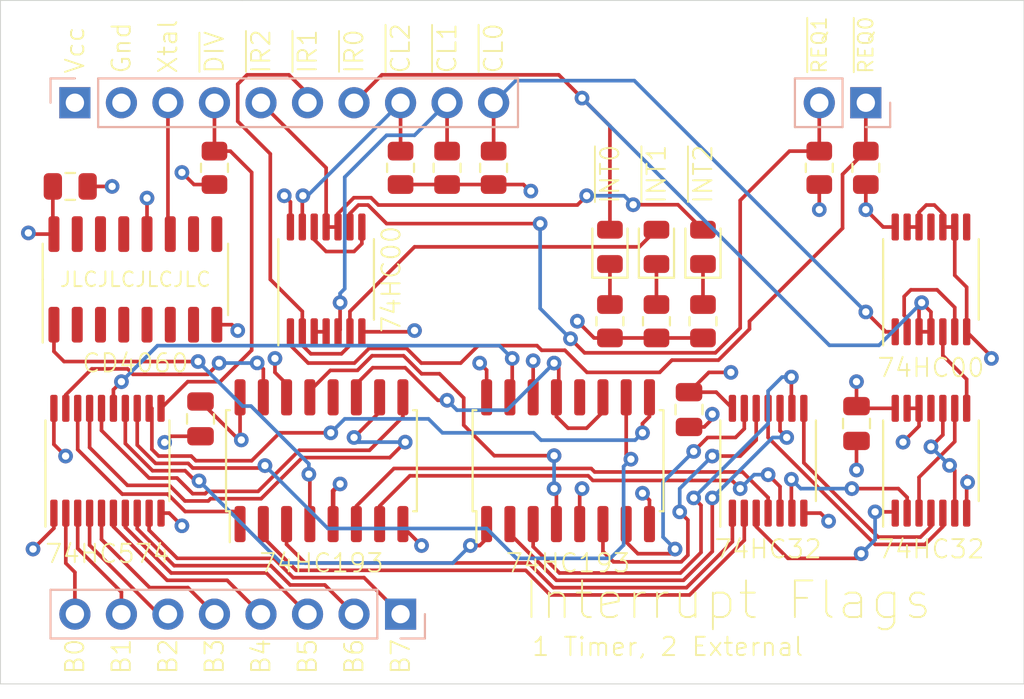
<source format=kicad_pcb>
(kicad_pcb (version 20211014) (generator pcbnew)
  (layers (0 "F.Cu" signal) (1 "In1.Cu" signal) (2 "In2.Cu" signal) (31 "B.Cu" signal) (34 "B.Paste" user) (35 "F.Paste" user) (36 "B.SilkS" user "B.Silkscreen") (37 "F.SilkS" user "F.Silkscreen") (38 "B.Mask" user) (39 "F.Mask" user) (44 "Edge.Cuts" user))
  (net 0 "")
  (net 1 "GND")
  (net 2 "VCC")
  (net 3 "Net-(U6-Pad2)")
  (net 4 "Net-(U7-Pad15)")
  (net 5 "Net-(U7-Pad14)")
  (net 6 "Net-(U7-Pad13)")
  (net 7 "~{LATCH_TIMER_INTERRUPT_DIVISION}")
  (net 8 "~{INT_REQ_0}")
  (net 9 "~{INT_REQ_1}")
  (net 10 "~{INTREQ0}")
  (net 11 "~{INTREQ1}")
  (net 12 "~{INTCLR2}")
  (net 13 "~{INTCLR1}")
  (net 14 "~{INTCLR0}")
  (net 15 "Net-(U6-Pad15)")
  (net 16 "Net-(U6-Pad14)")
  (net 17 "Net-(U6-Pad13)")
  (net 18 "Net-(U6-Pad10)")
  (net 19 "Net-(U6-Pad9)")
  (net 20 "Net-(U6-Pad7)")
  (net 21 "Net-(U6-Pad6)")
  (net 22 "Net-(U6-Pad5)")
  (net 23 "Net-(U6-Pad4)")
  (net 24 "Net-(U6-Pad3)")
  (net 25 "Net-(U6-Pad1)")
  (net 26 "Net-(U7-Pad19)")
  (net 27 "Net-(U7-Pad18)")
  (net 28 "Net-(U7-Pad17)")
  (net 29 "Net-(U7-Pad16)")
  (net 30 "Net-(U7-Pad12)")
  (net 31 "Net-(U8-Pad13)")
  (net 32 "Net-(U8-Pad12)")
  (net 33 "Net-(U8-Pad11)")
  (net 34 "Net-(U10-Pad5)")
  (net 35 "Net-(U10-Pad4)")
  (net 36 "Net-(U10-Pad1)")
  (net 37 "Net-(U10-Pad2)")
  (net 38 "Net-(U9-Pad12)")
  (net 39 "Net-(U10-Pad13)")
  (net 40 "Net-(U10-Pad12)")
  (net 41 "Net-(U10-Pad9)")
  (net 42 "Net-(U10-Pad10)")
  (net 43 "Net-(U10-Pad11)")
  (net 44 "Net-(U10-Pad8)")
  (net 45 "Net-(U10-Pad6)")
  (net 46 "Net-(U10-Pad3)")
  (net 47 "Net-(U11-Pad11)")
  (net 48 "Net-(U11-Pad10)")
  (net 49 "Net-(U11-Pad3)")
  (net 50 "Net-(U11-Pad8)")
  (net 51 "Net-(U12-Pad11)")
  (net 52 "Net-(U12-Pad8)")
  (net 53 "Net-(U12-Pad2)")
  (net 54 "Net-(U13-Pad12)")
  (net 55 "~{INTREQ2}")
  (net 56 "Net-(U13-Pad3)")
  (net 57 "/BUS0")
  (net 58 "/BUS1")
  (net 59 "/BUS2")
  (net 60 "/BUS3")
  (net 61 "/BUS4")
  (net 62 "/BUS5")
  (net 63 "/BUS6")
  (net 64 "/BUS7")
  (net 65 "Net-(D1-Pad1)")
  (net 66 "Net-(D2-Pad1)")
  (net 67 "Net-(D3-Pad1)")
  (net 68 "XTAL")
  (footprint "Package_SO:SOIC-16_3.9x9.9mm_P1.27mm" (layer "F.Cu") (at 141.224 93.472 90)
    (fp_text reference "U6" hide)
    (fp_text value "CD4060")
  )
  (footprint "Package_SO:SO-16_5.3x10.2mm_P1.27mm" (layer "F.Cu") (at 164.846 103.378 90)
    (fp_text reference "U9" hide)
    (fp_text value "74LS193")
  )
  (footprint "Package_SO:TSSOP-14_4.4x5mm_P0.65mm" (layer "F.Cu") (at 175.768 103.378 90)
    (fp_text reference "U10" hide)
    (fp_text value "74LS32")
  )
  (footprint "Package_SO:TSSOP-14_4.4x5mm_P0.65mm" (layer "F.Cu") (at 184.658 103.378 90)
    (fp_text reference "U11" hide)
    (fp_text value "74LS32")
  )
  (footprint "Package_SO:TSSOP-20_4.4x6.5mm_P0.65mm" (layer "F.Cu") (at 139.7 103.378 90)
    (fp_text reference "U7" hide)
    (fp_text value "74LS574")
  )
  (footprint "Package_SO:SO-16_5.3x10.2mm_P1.27mm" (layer "F.Cu") (at 151.384 103.378 90)
    (fp_text reference "U8" hide)
    (fp_text value "74LS193")
  )
  (footprint "LED_SMD:LED_0805_2012Metric" (layer "F.Cu") (at 167.132 91.694 90)
    (fp_text reference "D1" hide)
    (fp_text value "LED")
  )
  (footprint "LED_SMD:LED_0805_2012Metric" (layer "F.Cu") (at 169.672 91.694 90)
    (fp_text reference "D2" hide)
    (fp_text value "LED")
  )
  (footprint "LED_SMD:LED_0805_2012Metric" (layer "F.Cu") (at 172.212 91.694 90)
    (fp_text reference "D3" hide)
    (fp_text value "LED")
  )
  (footprint "Resistor_SMD:R_0805_2012Metric" (layer "F.Cu") (at 167.132 95.758 -90)
    (fp_text reference "R1" hide)
    (fp_text value "R_US")
  )
  (footprint "Resistor_SMD:R_0805_2012Metric" (layer "F.Cu") (at 169.672 95.758 -90)
    (fp_text reference "R2" hide)
    (fp_text value "R_US")
  )
  (footprint "Resistor_SMD:R_0805_2012Metric" (layer "F.Cu") (at 172.212 95.758 -90)
    (fp_text reference "R3" hide)
    (fp_text value "R_US")
  )
  (footprint "Resistor_SMD:R_0805_2012Metric" (layer "F.Cu") (at 160.782 87.376 -90)
    (fp_text reference "R4" hide)
    (fp_text value "R_US")
  )
  (footprint "Resistor_SMD:R_0805_2012Metric" (layer "F.Cu") (at 158.242 87.376 -90)
    (fp_text reference "R5" hide)
    (fp_text value "R_US")
  )
  (footprint "Resistor_SMD:R_0805_2012Metric" (layer "F.Cu") (at 155.702 87.376 -90)
    (fp_text reference "R6" hide)
    (fp_text value "R_US")
  )
  (footprint "Resistor_SMD:R_0805_2012Metric" (layer "F.Cu") (at 181.102 87.376 -90)
    (fp_text reference "R7" hide)
    (fp_text value "R_US")
  )
  (footprint "Resistor_SMD:R_0805_2012Metric" (layer "F.Cu") (at 178.562 87.376 -90)
    (fp_text reference "R8" hide)
    (fp_text value "R_US")
  )
  (footprint "Resistor_SMD:R_0805_2012Metric" (layer "F.Cu") (at 145.542 87.376 -90)
    (fp_text reference "R9" hide)
    (fp_text value "R_US")
  )
  (footprint "Capacitor_SMD:C_0805_2012Metric" (layer "F.Cu") (at 171.45 100.584 -90)
    (fp_text reference "C1" hide)
    (fp_text value "C")
  )
  (footprint "Capacitor_SMD:C_0805_2012Metric" (layer "F.Cu") (at 144.78 101.092 -90)
    (fp_text reference "C2" hide)
    (fp_text value "C")
  )
  (footprint "Capacitor_SMD:C_0805_2012Metric" (layer "F.Cu") (at 180.594 101.346 -90)
    (fp_text reference "C3" hide)
    (fp_text value "C")
  )
  (footprint "Capacitor_SMD:C_0805_2012Metric" (layer "F.Cu") (at 137.668 88.392)
    (fp_text reference "C4" hide)
    (fp_text value "C")
  )
  (footprint "Package_SO:TSSOP-14_4.4x5mm_P0.65mm" (layer "F.Cu") (at 184.658 93.472 90)
    (fp_text reference "U12" hide)
    (fp_text value "74LS00")
  )
  (footprint "Package_SO:TSSOP-14_4.4x5mm_P0.65mm" (layer "F.Cu") (at 151.638 93.472 90)
    (fp_text reference "U13" hide)
    (fp_text value "74LS00")
  )
  (footprint "Connector_PinHeader_2.54mm:PinHeader_1x10_P2.54mm_Vertical" (layer "B.Cu") (at 137.922 83.82 -90)
    (fp_text reference "J1" hide)
    (fp_text value "Conn_01x10")
  )
  (footprint "Connector_PinHeader_2.54mm:PinHeader_1x02_P2.54mm_Vertical" (layer "B.Cu") (at 181.102 83.82 90)
    (fp_text reference "J3" hide)
    (fp_text value "Conn_01x02")
  )
  (footprint "Connector_PinHeader_2.54mm:PinHeader_1x08_P2.54mm_Vertical" (layer "B.Cu") (at 155.702 111.76 90)
    (fp_text reference "J2" hide)
    (fp_text value "Conn_01x08")
  )
  (gr_line (start 189.738 78.232) (end 147.066 78.232) (layer "Edge.Cuts") (width 0.05))
  (gr_line (start 189.738 78.232) (end 189.738 115.57) (layer "Edge.Cuts") (width 0.05))
  (gr_line (start 133.858 115.57) (end 133.858 78.232) (layer "Edge.Cuts") (width 0.05))
  (gr_line (start 133.858 115.57) (end 189.738 115.57) (layer "Edge.Cuts") (width 0.05))
  (gr_line (start 147.066 78.232) (end 133.858 78.232) (layer "Edge.Cuts") (width 0.05))
  (gr_text "~{INT1}" (at 169.672 89.408 90) (layer "F.SilkS") (effects (font (size 1 1) (thickness 0.1)) (justify left)))
  (gr_text "~{INT2}" (at 172.212 89.408 90) (layer "F.SilkS") (effects (font (size 1 1) (thickness 0.1)) (justify left)))
  (gr_text "Vcc" (at 137.922 82.296 90) (layer "F.SilkS") (effects (font (size 1 1) (thickness 0.1)) (justify left)))
  (gr_text "Gnd" (at 140.462 82.296 90) (layer "F.SilkS") (effects (font (size 1 1) (thickness 0.1)) (justify left)))
  (gr_text "Xtal" (at 143.002 82.296 90) (layer "F.SilkS") (effects (font (size 1 1) (thickness 0.1)) (justify left)))
  (gr_text "~{DIV}" (at 145.542 82.296 90) (layer "F.SilkS") (effects (font (size 1 1) (thickness 0.1)) (justify left)))
  (gr_text "~{IR2}" (at 148.082 82.296 90) (layer "F.SilkS") (effects (font (size 1 1) (thickness 0.1)) (justify left)))
  (gr_text "~{IR1}" (at 150.622 82.296 90) (layer "F.SilkS") (effects (font (size 1 1) (thickness 0.1)) (justify left)))
  (gr_text "~{IR0}" (at 153.162 82.296 90) (layer "F.SilkS") (effects (font (size 1 1) (thickness 0.1)) (justify left)))
  (gr_text "~{CL2}" (at 155.702 82.296 90) (layer "F.SilkS") (effects (font (size 1 1) (thickness 0.1)) (justify left)))
  (gr_text "~{CL1}" (at 158.242 82.296 90) (layer "F.SilkS") (effects (font (size 1 1) (thickness 0.1)) (justify left)))
  (gr_text "~{CL0}" (at 160.782 82.296 90) (layer "F.SilkS") (effects (font (size 1 1) (thickness 0.1)) (justify left)))
  (gr_text "~{REQ0}" (at 181.102 82.296 90) (layer "F.SilkS") (effects (font (size 0.8 0.8) (thickness 0.1)) (justify left)))
  (gr_text "~{REQ1}" (at 178.562 82.296 90) (layer "F.SilkS") (effects (font (size 0.8 0.8) (thickness 0.1)) (justify left)))
  (gr_text "B0" (at 137.922 113.03 90) (layer "F.SilkS") (effects (font (size 1 1) (thickness 0.1)) (justify right)))
  (gr_text "B1" (at 140.462 113.03 90) (layer "F.SilkS") (effects (font (size 1 1) (thickness 0.1)) (justify right)))
  (gr_text "B2" (at 143.002 113.03 90) (layer "F.SilkS") (effects (font (size 1 1) (thickness 0.1)) (justify right)))
  (gr_text "B3" (at 145.542 113.03 90) (layer "F.SilkS") (effects (font (size 1 1) (thickness 0.1)) (justify right)))
  (gr_text "B4" (at 148.082 113.03 90) (layer "F.SilkS") (effects (font (size 1 1) (thickness 0.1)) (justify right)))
  (gr_text "B5" (at 150.622 113.03 90) (layer "F.SilkS") (effects (font (size 1 1) (thickness 0.1)) (justify right)))
  (gr_text "B6" (at 153.162 113.03 90) (layer "F.SilkS") (effects (font (size 1 1) (thickness 0.1)) (justify right)))
  (gr_text "B7" (at 155.702 113.03 90) (layer "F.SilkS") (effects (font (size 1 1) (thickness 0.1)) (justify right)))
  (gr_text "Interrupt Flags" (at 162.306 110.998) (layer "F.SilkS") (effects (font (size 2 2) (thickness 0.1)) (justify left)))
  (gr_text "1 Timer, 2 External" (at 162.814 113.538) (layer "F.SilkS") (effects (font (size 1 1) (thickness 0.1)) (justify left)))
  (gr_text "~{INT0}" (at 167.132 89.408 90) (layer "F.SilkS") (effects (font (size 1 1) (thickness 0.1)) (justify left)))
  (gr_text "JLCJLCJLCJLC" (at 141.224 93.472) (layer "F.SilkS") (effects (font (size 0.8 0.8) (thickness 0.1))))
  (segment (start 184.844 89.408) (end 184.404 89.408) (width 0.2) (layer "F.Cu") (net 1))
  (segment (start 172.212 96.6705) (end 167.132 96.6705) (width 0.2) (layer "F.Cu") (net 1))
  (segment (start 186.608 104.609145) (end 186.65801 104.559135) (width 0.2) (layer "F.Cu") (net 1))
  (segment (start 145.669 95.947) (end 146.493 95.947) (width 0.2) (layer "F.Cu") (net 1))
  (segment (start 142.625 106.2405) (end 143.0705 106.2405) (width 0.2) (layer "F.Cu") (net 1))
  (segment (start 136.775 107.065) (end 135.636 108.204) (width 0.2) (layer "F.Cu") (net 1))
  (segment (start 141.859 90.997) (end 141.859 89.027) (width 0.2) (layer "F.Cu") (net 1))
  (segment (start 166.2665 96.6705) (end 165.354 95.758) (width 0.2) (layer "F.Cu") (net 1))
  (segment (start 162.941 99.9155) (end 162.941 97.917) (width 0.2) (layer "F.Cu") (net 1))
  (segment (start 153.588 96.3345) (end 156.3955 96.3345) (width 0.2) (layer "F.Cu") (net 1))
  (segment (start 184.008 100.5155) (end 183.358 100.5155) (width 0.2) (layer "F.Cu") (net 1))
  (segment (start 146.493 95.947) (end 146.812 96.266) (width 0.2) (layer "F.Cu") (net 1))
  (segment (start 143.0705 106.2405) (end 143.764 106.934) (width 0.2) (layer "F.Cu") (net 1))
  (segment (start 184.008 101.488) (end 183.134 102.362) (width 0.2) (layer "F.Cu") (net 1))
  (segment (start 185.308 90.6095) (end 185.958 90.6095) (width 0.2) (layer "F.Cu") (net 1))
  (segment (start 143.158431 102.042) (end 142.825 102.375431) (width 0.2) (layer "F.Cu") (net 1))
  (segment (start 177.718 106.2405) (end 178.6305 106.2405) (width 0.2) (layer "F.Cu") (net 1))
  (segment (start 183.358 90.6095) (end 184.008 90.6095) (width 0.2) (layer "F.Cu") (net 1))
  (segment (start 184.404 89.408) (end 184.008 89.804) (width 0.2) (layer "F.Cu") (net 1))
  (segment (start 138.618 88.392) (end 139.954 88.392) (width 0.2) (layer "F.Cu") (net 1))
  (segment (start 144.78 102.042) (end 143.158431 102.042) (width 0.2) (layer "F.Cu") (net 1))
  (segment (start 169.291 105.537) (end 168.91 105.156) (width 0.2) (layer "F.Cu") (net 1))
  (segment (start 186.608 93.898) (end 186.608 96.3345) (width 0.2) (layer "F.Cu") (net 1))
  (segment (start 185.308 89.872) (end 184.844 89.408) (width 0.2) (layer "F.Cu") (net 1))
  (segment (start 187.96 97.6865) (end 187.96 97.79) (width 0.2) (layer "F.Cu") (net 1))
  (segment (start 172.278 101.534) (end 172.72 101.092) (width 0.2) (layer "F.Cu") (net 1))
  (segment (start 180.594 102.296) (end 180.594 103.886) (width 0.2) (layer "F.Cu") (net 1))
  (segment (start 186.608 104.222) (end 186.608 104.509125) (width 0.2) (layer "F.Cu") (net 1))
  (segment (start 178.6305 106.2405) (end 179.07 106.68) (width 0.2) (layer "F.Cu") (net 1))
  (segment (start 136.775 106.2405) (end 136.775 107.065) (width 0.2) (layer "F.Cu") (net 1))
  (segment (start 148.844 98.552) (end 148.844 97.79) (width 0.2) (layer "F.Cu") (net 1))
  (segment (start 186.608 106.2405) (end 186.608 104.609145) (width 0.2) (layer "F.Cu") (net 1))
  (segment (start 184.008 100.5155) (end 184.008 101.488) (width 0.2) (layer "F.Cu") (net 1))
  (segment (start 156.3955 96.3345) (end 156.464 96.266) (width 0.2) (layer "F.Cu") (net 1))
  (segment (start 184.008 89.804) (end 184.008 90.6095) (width 0.2) (layer "F.Cu") (net 1))
  (segment (start 149.479 99.187) (end 148.844 98.552) (width 0.2) (layer "F.Cu") (net 1))
  (segment (start 169.291 107.598234) (end 169.291 105.537) (width 0.2) (layer "F.Cu") (net 1))
  (segment (start 185.958 90.6095) (end 185.958 93.248) (width 0.2) (layer "F.Cu") (net 1))
  (segment (start 186.608 96.3345) (end 187.96 97.6865) (width 0.2) (layer "F.Cu") (net 1))
  (segment (start 155.829 106.992379) (end 156.848611 108.01199) (width 0.2) (layer "F.Cu") (net 1))
  (segment (start 185.308 90.6095) (end 185.308 89.872) (width 0.2) (layer "F.Cu") (net 1))
  (segment (start 172.72 101.092) (end 172.72 100.838) (width 0.2) (layer "F.Cu") (net 1))
  (segment (start 185.958 93.248) (end 186.608 93.898) (width 0.2) (layer "F.Cu") (net 1))
  (segment (start 167.132 96.6705) (end 166.2665 96.6705) (width 0.2) (layer "F.Cu") (net 1))
  (segment (start 186.608 104.509125) (end 186.65801 104.559135) (width 0.2) (layer "F.Cu") (net 1))
  (segment (start 171.45 101.534) (end 172.278 101.534) (width 0.2) (layer "F.Cu") (net 1))
  (via (at 148.844 97.79) (size 0.8) (drill 0.4) (layers "F.Cu" "B.Cu") (net 1))
  (via (at 135.636 108.204) (size 0.8) (drill 0.4) (layers "F.Cu" "B.Cu") (net 1))
  (via (at 143.764 106.934) (size 0.8) (drill 0.4) (layers "F.Cu" "B.Cu") (net 1))
  (via (at 186.65801 104.559135) (size 0.8) (drill 0.4) (layers "F.Cu" "B.Cu") (net 1))
  (via (at 162.941 97.917) (size 0.8) (drill 0.4) (layers "F.Cu" "B.Cu") (net 1))
  (via (at 146.812 96.266) (size 0.8) (drill 0.4) (layers "F.Cu" "B.Cu") (net 1))
  (via (at 156.848611 108.01199) (size 0.8) (drill 0.4) (layers "F.Cu" "B.Cu") (net 1))
  (via (at 156.464 96.266) (size 0.8) (drill 0.4) (layers "F.Cu" "B.Cu") (net 1))
  (via (at 165.354 95.758) (size 0.8) (drill 0.4) (layers "F.Cu" "B.Cu") (net 1))
  (via (at 180.594 103.886) (size 0.8) (drill 0.4) (layers "F.Cu" "B.Cu") (net 1))
  (via (at 179.07 106.68) (size 0.8) (drill 0.4) (layers "F.Cu" "B.Cu") (net 1))
  (via (at 168.91 105.156) (size 0.8) (drill 0.4) (layers "F.Cu" "B.Cu") (net 1))
  (via (at 183.134 102.362) (size 0.8) (drill 0.4) (layers "F.Cu" "B.Cu") (net 1))
  (via (at 139.954 88.392) (size 0.8) (drill 0.4) (layers "F.Cu" "B.Cu") (net 1))
  (via (at 172.72 100.838) (size 0.8) (drill 0.4) (layers "F.Cu" "B.Cu") (net 1))
  (via (at 141.859 89.027) (size 0.8) (drill 0.4) (layers "F.Cu" "B.Cu") (net 1))
  (via (at 142.825 102.375431) (size 0.8) (drill 0.4) (layers "F.Cu" "B.Cu") (net 1))
  (via (at 187.96 97.79) (size 0.8) (drill 0.4) (layers "F.Cu" "B.Cu") (net 1))
  (segment (start 180.7135 100.5155) (end 180.594 100.396) (width 0.2) (layer "F.Cu") (net 2))
  (segment (start 182.0495 90.6095) (end 181.102 89.662) (width 0.2) (layer "F.Cu") (net 2))
  (segment (start 160.782 88.2885) (end 162.4095 88.2885) (width 0.2) (layer "F.Cu") (net 2))
  (segment (start 152.019 105.853) (end 152.019 106.2413) (width 0.2) (layer "F.Cu") (net 2))
  (segment (start 165.481 107.565258) (end 165.481 105.029008) (width 0.2) (layer "F.Cu") (net 2))
  (segment (start 146.939 102.175946) (end 147.006946 102.243892) (width 0.2) (layer "F.Cu") (net 2))
  (segment (start 165.481 105.029008) (end 165.608008 104.902) (width 0.2) (layer "F.Cu") (net 2))
  (segment (start 155.702 88.2885) (end 160.782 88.2885) (width 0.2) (layer "F.Cu") (net 2))
  (segment (start 162.4095 88.2885) (end 162.767 88.646) (width 0.2) (layer "F.Cu") (net 2))
  (segment (start 171.45 99.634) (end 172.532 98.552) (width 0.2) (layer "F.Cu") (net 2))
  (segment (start 144.78 100.142) (end 146.881892 102.243892) (width 0.2) (layer "F.Cu") (net 2))
  (segment (start 149.688 89.236) (end 149.352 88.9) (width 0.2) (layer "F.Cu") (net 2))
  (segment (start 182.708 100.5155) (end 180.7135 100.5155) (width 0.2) (layer "F.Cu") (net 2))
  (segment (start 178.562 88.2885) (end 178.562 89.662) (width 0.2) (layer "F.Cu") (net 2))
  (segment (start 144.4225 88.2885) (end 143.764 87.63) (width 0.2) (layer "F.Cu") (net 2))
  (segment (start 136.775 102.485) (end 137.414 103.124) (width 0.2) (layer "F.Cu") (net 2))
  (segment (start 152.019 106.8405) (end 152.019 105.029) (width 0.25) (layer "F.Cu") (net 2))
  (segment (start 152.019 105.029) (end 152.4 104.648) (width 0.25) (layer "F.Cu") (net 2))
  (segment (start 182.708 90.6095) (end 182.0495 90.6095) (width 0.2) (layer "F.Cu") (net 2))
  (segment (start 136.718 88.392) (end 136.718 90.936) (width 0.2) (layer "F.Cu") (net 2))
  (segment (start 146.939 99.9155) (end 146.939 102.175946) (width 0.2) (layer "F.Cu") (net 2))
  (segment (start 162.767 88.646) (end 162.814 88.646) (width 0.2) (layer "F.Cu") (net 2))
  (segment (start 181.102 88.2885) (end 181.102 89.662) (width 0.2) (layer "F.Cu") (net 2))
  (segment (start 180.594 100.396) (end 180.594 99.06) (width 0.2) (layer "F.Cu") (net 2))
  (segment (start 136.775 100.5155) (end 136.775 102.485) (width 0.2) (layer "F.Cu") (net 2))
  (segment (start 149.688 90.6095) (end 149.688 89.236) (width 0.2) (layer "F.Cu") (net 2))
  (segment (start 145.542 88.2885) (end 144.4225 88.2885) (width 0.2) (layer "F.Cu") (net 2))
  (segment (start 160.401 98.425) (end 160.02 98.044) (width 0.2) (layer "F.Cu") (net 2))
  (segment (start 136.779 90.997) (end 135.447 90.997) (width 0.2) (layer "F.Cu") (net 2))
  (segment (start 172.9365 99.634) (end 173.818 100.5155) (width 0.2) (layer "F.Cu") (net 2))
  (segment (start 171.45 99.634) (end 172.9365 99.634) (width 0.2) (layer "F.Cu") (net 2))
  (segment (start 136.718 90.936) (end 136.779 90.997) (width 0.2) (layer "F.Cu") (net 2))
  (segment (start 160.401 99.9155) (end 160.401 98.425) (width 0.2) (layer "F.Cu") (net 2))
  (segment (start 172.532 98.552) (end 173.736 98.552) (width 0.2) (layer "F.Cu") (net 2))
  (segment (start 146.881892 102.243892) (end 147.006946 102.243892) (width 0.2) (layer "F.Cu") (net 2))
  (segment (start 135.447 90.997) (end 135.382 90.932) (width 0.2) (layer "F.Cu") (net 2))
  (via (at 160.02 98.044) (size 0.8) (drill 0.4) (layers "F.Cu" "B.Cu") (net 2))
  (via (at 149.352 88.9) (size 0.8) (drill 0.4) (layers "F.Cu" "B.Cu") (net 2))
  (via (at 143.764 87.63) (size 0.8) (drill 0.4) (layers "F.Cu" "B.Cu") (net 2))
  (via (at 162.814 88.646) (size 0.8) (drill 0.4) (layers "F.Cu" "B.Cu") (net 2))
  (via (at 181.102 89.662) (size 0.8) (drill 0.4) (layers "F.Cu" "B.Cu") (net 2))
  (via (at 135.382 90.932) (size 0.8) (drill 0.4) (layers "F.Cu" "B.Cu") (net 2))
  (via (at 173.736 98.552) (size 0.8) (drill 0.4) (layers "F.Cu" "B.Cu") (net 2))
  (via (at 180.594 99.06) (size 0.8) (drill 0.4) (layers "F.Cu" "B.Cu") (net 2))
  (via (at 147.006946 102.243892) (size 0.8) (drill 0.4) (layers "F.Cu" "B.Cu") (net 2))
  (via (at 152.4 104.648) (size 0.8) (drill 0.4) (layers "F.Cu" "B.Cu") (net 2))
  (via (at 178.562 89.662) (size 0.8) (drill 0.4) (layers "F.Cu" "B.Cu") (net 2))
  (via (at 137.414 103.124) (size 0.8) (drill 0.4) (layers "F.Cu" "B.Cu") (net 2))
  (via (at 165.608008 104.902) (size 0.8) (drill 0.4) (layers "F.Cu" "B.Cu") (net 2))
  (segment (start 161.798 100.776) (end 161.798 97.79) (width 0.2) (layer "F.Cu") (net 4))
  (segment (start 140.025 100.5155) (end 140.025 99.497) (width 0.2) (layer "F.Cu") (net 4))
  (segment (start 140.025 99.497) (end 140.462 99.06) (width 0.2) (layer "F.Cu") (net 4))
  (via (at 140.462 99.06) (size 0.8) (drill 0.4) (layers "F.Cu" "B.Cu") (net 4))
  (via (at 161.798 97.79) (size 0.8) (drill 0.4) (layers "F.Cu" "B.Cu") (net 4))
  (segment (start 142.432001 97.089999) (end 161.097999 97.089999) (width 0.2) (layer "B.Cu") (net 4))
  (segment (start 161.097999 97.089999) (end 161.798 97.79) (width 0.2) (layer "B.Cu") (net 4))
  (segment (start 140.462 99.06) (end 142.432001 97.089999) (width 0.2) (layer "B.Cu") (net 4))
  (segment (start 140.675 100.5155) (end 140.675 102.4364) (width 0.2) (layer "F.Cu") (net 5))
  (segment (start 144.494619 104.478019) (end 144.700032 104.478019) (width 0.2) (layer "F.Cu") (net 5))
  (segment (start 160.02 108.01199) (end 159.512 108.01199) (width 0.2) (layer "F.Cu") (net 5))
  (segment (start 140.675 102.4364) (end 142.162622 103.924022) (width 0.2) (layer "F.Cu") (net 5))
  (segment (start 142.162622 103.924022) (end 143.940622 103.924022) (width 0.2) (layer "F.Cu") (net 5))
  (segment (start 160.401 107.63099) (end 160.02 108.01199) (width 0.2) (layer "F.Cu") (net 5))
  (segment (start 143.940622 103.924022) (end 144.494619 104.478019) (width 0.2) (layer "F.Cu") (net 5))
  (via (at 159.512 108.01199) (size 0.8) (drill 0.4) (layers "F.Cu" "B.Cu") (net 5))
  (via (at 144.700032 104.478019) (size 0.8) (drill 0.4) (layers "F.Cu" "B.Cu") (net 5))
  (segment (start 158.55799 108.966) (end 149.188013 108.966) (width 0.2) (layer "B.Cu") (net 5))
  (segment (start 149.188013 108.966) (end 144.700032 104.478019) (width 0.2) (layer "B.Cu") (net 5))
  (segment (start 159.512 108.01199) (end 158.55799 108.966) (width 0.2) (layer "B.Cu") (net 5))
  (segment (start 141.325 100.5155) (end 141.325 102.5207) (width 0.2) (layer "F.Cu") (net 6))
  (segment (start 148.163955 103.778009) (end 148.297678 103.644286) (width 0.2) (layer "F.Cu") (net 6))
  (segment (start 168.021 99.9155) (end 168.021 103.036368) (width 0.2) (layer "F.Cu") (net 6))
  (segment (start 144.106311 103.524011) (end 144.360309 103.778009) (width 0.2) (layer "F.Cu") (net 6))
  (segment (start 168.021 103.036368) (end 168.278611 103.293979) (width 0.2) (layer "F.Cu") (net 6))
  (segment (start 142.328311 103.524011) (end 144.106311 103.524011) (width 0.2) (layer "F.Cu") (net 6))
  (segment (start 141.325 102.5207) (end 142.328311 103.524011) (width 0.2) (layer "F.Cu") (net 6))
  (segment (start 144.360309 103.778009) (end 148.163955 103.778009) (width 0.2) (layer "F.Cu") (net 6))
  (via (at 168.278611 103.293979) (size 0.8) (drill 0.4) (layers "F.Cu" "B.Cu") (net 6))
  (via (at 148.297678 103.644286) (size 0.8) (drill 0.4) (layers "F.Cu" "B.Cu") (net 6))
  (segment (start 160.400007 107.080011) (end 151.733403 107.080011) (width 0.2) (layer "B.Cu") (net 6))
  (segment (start 168.278611 103.293979) (end 167.878612 103.693978) (width 0.2) (layer "B.Cu") (net 6))
  (segment (start 167.152004 108.712) (end 162.031996 108.712) (width 0.2) (layer "B.Cu") (net 6))
  (segment (start 151.733403 107.080011) (end 148.297678 103.644286) (width 0.2) (layer "B.Cu") (net 6))
  (segment (start 162.031996 108.712) (end 160.400007 107.080011) (width 0.2) (layer "B.Cu") (net 6))
  (segment (start 167.878612 103.693978) (end 167.878612 107.985392) (width 0.2) (layer "B.Cu") (net 6))
  (segment (start 167.878612 107.985392) (end 167.152004 108.712) (width 0.2) (layer "B.Cu") (net 6))
  (segment (start 146.4075 86.4635) (end 147.574 87.63) (width 0.2) (layer "F.Cu") (net 7))
  (segment (start 144.0805 99.06) (end 142.625 100.5155) (width 0.2) (layer "F.Cu") (net 7))
  (segment (start 145.542 83.82) (end 145.542 86.4635) (width 0.2) (layer "F.Cu") (net 7))
  (segment (start 145.8537 99.06) (end 144.0805 99.06) (width 0.2) (layer "F.Cu") (net 7))
  (segment (start 147.574 87.63) (end 147.574 97.3397) (width 0.2) (layer "F.Cu") (net 7))
  (segment (start 145.542 86.4635) (end 146.4075 86.4635) (width 0.2) (layer "F.Cu") (net 7))
  (segment (start 147.574 97.3397) (end 145.8537 99.06) (width 0.2) (layer "F.Cu") (net 7))
  (segment (start 179.832 87.7335) (end 179.832 90.678) (width 0.2) (layer "F.Cu") (net 8))
  (segment (start 169.846534 98.552) (end 165.882004 98.552) (width 0.2) (layer "F.Cu") (net 8))
  (segment (start 163.15 97.089998) (end 159.937998 97.089998) (width 0.2) (layer "F.Cu") (net 8))
  (segment (start 156.033378 97.243978) (end 153.981724 97.243978) (width 0.2) (layer "F.Cu") (net 8))
  (segment (start 163.404 97.343998) (end 163.15 97.089998) (width 0.2) (layer "F.Cu") (net 8))
  (segment (start 174.752 96.186534) (end 173.055513 97.883021) (width 0.2) (layer "F.Cu") (net 8))
  (segment (start 170.515513 97.883021) (end 169.846534 98.552) (width 0.2) (layer "F.Cu") (net 8))
  (segment (start 165.882004 98.552) (end 164.674002 97.343998) (width 0.2) (layer "F.Cu") (net 8))
  (segment (start 174.752 95.758) (end 174.752 96.186534) (width 0.2) (layer "F.Cu") (net 8))
  (segment (start 158.983996 98.044) (end 156.8334 98.044) (width 0.2) (layer "F.Cu") (net 8))
  (segment (start 181.102 86.4635) (end 181.102 83.82) (width 0.2) (layer "F.Cu") (net 8))
  (segment (start 181.102 86.4635) (end 179.832 87.7335) (width 0.2) (layer "F.Cu") (net 8))
  (segment (start 149.688 97.072) (end 149.688 96.3345) (width 0.2) (layer "F.Cu") (net 8))
  (segment (start 164.674002 97.343998) (end 163.404 97.343998) (width 0.2) (layer "F.Cu") (net 8))
  (segment (start 159.937998 97.089998) (end 158.983996 98.044) (width 0.2) (layer "F.Cu") (net 8))
  (segment (start 173.055513 97.883021) (end 170.515513 97.883021) (width 0.2) (layer "F.Cu") (net 8))
  (segment (start 156.8334 98.044) (end 156.033378 97.243978) (width 0.2) (layer "F.Cu") (net 8))
  (segment (start 150.66 98.044) (end 149.688 97.072) (width 0.2) (layer "F.Cu") (net 8))
  (segment (start 153.181702 98.044) (end 150.66 98.044) (width 0.2) (layer "F.Cu") (net 8))
  (segment (start 179.832 90.678) (end 174.752 95.758) (width 0.2) (layer "F.Cu") (net 8))
  (segment (start 153.981724 97.243978) (end 153.181702 98.044) (width 0.2) (layer "F.Cu") (net 8))
  (segment (start 152.938 90.6095) (end 152.938 89.872) (width 0.2) (layer "F.Cu") (net 9))
  (segment (start 178.562 86.4635) (end 176.9345 86.4635) (width 0.2) (layer "F.Cu") (net 9))
  (segment (start 153.402 89.408) (end 153.924 89.408) (width 0.2) (layer "F.Cu") (net 9))
  (segment (start 165.74857 97.48301) (end 164.979944 96.714384) (width 0.2) (layer "F.Cu") (net 9))
  (segment (start 152.938 89.872) (end 153.402 89.408) (width 0.2) (layer "F.Cu") (net 9))
  (segment (start 172.889824 97.48301) (end 165.74857 97.48301) (width 0.2) (layer "F.Cu") (net 9))
  (segment (start 153.924 89.408) (end 154.94 90.424) (width 0.2) (layer "F.Cu") (net 9))
  (segment (start 174.244 96.128834) (end 172.889824 97.48301) (width 0.2) (layer "F.Cu") (net 9))
  (segment (start 178.562 83.82) (end 178.562 86.4635) (width 0.2) (layer "F.Cu") (net 9))
  (segment (start 174.244 89.154) (end 174.244 96.128834) (width 0.2) (layer "F.Cu") (net 9))
  (segment (start 154.94 90.424) (end 163.322 90.424) (width 0.2) (layer "F.Cu") (net 9))
  (segment (start 176.9345 86.4635) (end 174.244 89.154) (width 0.2) (layer "F.Cu") (net 9))
  (via (at 163.322 90.424) (size 0.8) (drill 0.4) (layers "F.Cu" "B.Cu") (net 9))
  (via (at 164.979944 96.714384) (size 0.8) (drill 0.4) (layers "F.Cu" "B.Cu") (net 9))
  (segment (start 163.322 90.424) (end 163.322 95.05644) (width 0.2) (layer "B.Cu") (net 9))
  (segment (start 163.322 95.05644) (end 164.979944 96.714384) (width 0.2) (layer "B.Cu") (net 9))
  (segment (start 153.162 83.82) (end 154.686 82.296) (width 0.2) (layer "F.Cu") (net 10))
  (segment (start 184.008 96.3345) (end 184.658 96.3345) (width 0.2) (layer "F.Cu") (net 10))
  (segment (start 184.658 96.3345) (end 184.658 95.249978) (width 0.2) (layer "F.Cu") (net 10))
  (segment (start 167.132 90.7565) (end 167.132 85.09) (width 0.2) (layer "F.Cu") (net 10))
  (segment (start 164.337996 82.296) (end 165.607996 83.566) (width 0.2) (layer "F.Cu") (net 10))
  (segment (start 184.008 96.3345) (end 184.008 94.884022) (width 0.2) (layer "F.Cu") (net 10))
  (segment (start 184.658 95.249978) (end 184.150022 94.742) (width 0.2) (layer "F.Cu") (net 10))
  (segment (start 165.608 83.566) (end 165.607996 83.566) (width 0.2) (layer "F.Cu") (net 10))
  (segment (start 154.686 82.296) (end 164.337996 82.296) (width 0.2) (layer "F.Cu") (net 10))
  (segment (start 184.008 94.884022) (end 184.150022 94.742) (width 0.2) (layer "F.Cu") (net 10))
  (segment (start 167.132 85.09) (end 165.608 83.566) (width 0.2) (layer "F.Cu") (net 10))
  (via (at 184.150022 94.742) (size 0.8) (drill 0.4) (layers "F.Cu" "B.Cu") (net 10))
  (via (at 165.607996 83.566) (size 0.8) (drill 0.4) (layers "F.Cu" "B.Cu") (net 10))
  (segment (start 181.820644 97.071378) (end 184.150022 94.742) (width 0.2) (layer "B.Cu") (net 10))
  (segment (start 179.113374 97.071378) (end 181.820644 97.071378) (width 0.2) (layer "B.Cu") (net 10))
  (segment (start 165.607996 83.566) (end 179.113374 97.071378) (width 0.2) (layer "B.Cu") (net 10))
  (segment (start 152.938 96.3345) (end 152.938 95.22) (width 0.2) (layer "F.Cu") (net 11))
  (segment (start 149.606 82.296) (end 150.622 83.312) (width 0.2) (layer "F.Cu") (net 11))
  (segment (start 146.812 82.804) (end 147.32 82.296) (width 0.2) (layer "F.Cu") (net 11))
  (segment (start 156.464 91.694) (end 168.7345 91.694) (width 0.2) (layer "F.Cu") (net 11))
  (segment (start 150.338 97.072) (end 150.802 97.536) (width 0.2) (layer "F.Cu") (net 11))
  (segment (start 150.338 95.22) (end 148.59 93.472) (width 0.2) (layer "F.Cu") (net 11))
  (segment (start 150.802 97.536) (end 152.474 97.536) (width 0.2) (layer "F.Cu") (net 11))
  (segment (start 147.32 82.296) (end 149.606 82.296) (width 0.2) (layer "F.Cu") (net 11))
  (segment (start 152.474 97.536) (end 152.938 97.072) (width 0.2) (layer "F.Cu") (net 11))
  (segment (start 150.338 96.3345) (end 150.338 97.072) (width 0.2) (layer "F.Cu") (net 11))
  (segment (start 146.812 84.836) (end 146.812 82.804) (width 0.2) (layer "F.Cu") (net 11))
  (segment (start 148.59 93.472) (end 148.59 86.614) (width 0.2) (layer "F.Cu") (net 11))
  (segment (start 169.672 90.7565) (end 168.7345 91.694) (width 0.2) (layer "F.Cu") (net 11))
  (segment (start 152.938 95.22) (end 156.464 91.694) (width 0.2) (layer "F.Cu") (net 11))
  (segment (start 152.938 97.072) (end 152.938 96.3345) (width 0.2) (layer "F.Cu") (net 11))
  (segment (start 150.338 96.3345) (end 150.338 95.22) (width 0.2) (layer "F.Cu") (net 11))
  (segment (start 148.59 86.614) (end 146.812 84.836) (width 0.2) (layer "F.Cu") (net 11))
  (segment (start 150.622 83.312) (end 150.622 83.82) (width 0.2) (layer "F.Cu") (net 11))
  (segment (start 155.702 83.82) (end 155.702 86.4635) (width 0.2) (layer "F.Cu") (net 12))
  (segment (start 150.338 88.93) (end 150.368 88.9) (width 0.2) (layer "F.Cu") (net 12))
  (segment (start 150.338 90.6095) (end 150.338 88.93) (width 0.2) (layer "F.Cu") (net 12))
  (via (at 150.368 88.9) (size 0.8) (drill 0.4) (layers "F.Cu" "B.Cu") (net 12))
  (segment (start 150.622 88.9) (end 150.368 88.9) (width 0.2) (layer "B.Cu") (net 12))
  (segment (start 155.702 83.82) (end 151.384 88.138) (width 0.2) (layer "B.Cu") (net 12))
  (segment (start 151.384 88.138) (end 150.622 88.9) (width 0.2) (layer "B.Cu") (net 12))
  (segment (start 152.4 94.742) (end 152.4 96.2225) (width 0.2) (layer "F.Cu") (net 13))
  (segment (start 152.4 96.2225) (end 152.288 96.3345) (width 0.2) (layer "F.Cu") (net 13))
  (segment (start 158.242 86.4635) (end 158.242 83.82) (width 0.2) (layer "F.Cu") (net 13))
  (via (at 152.4 94.742) (size 0.8) (drill 0.4) (layers "F.Cu" "B.Cu") (net 13))
  (segment (start 152.654 93.98) (end 152.4 94.234) (width 0.2) (layer "B.Cu") (net 13))
  (segment (start 158.242 83.82) (end 156.464 85.598) (width 0.2) (layer "B.Cu") (net 13))
  (segment (start 152.4 94.234) (end 152.4 94.742) (width 0.2) (layer "B.Cu") (net 13))
  (segment (start 152.654 87.884) (end 152.654 93.98) (width 0.2) (layer "B.Cu") (net 13))
  (segment (start 156.464 85.598) (end 154.94 85.598) (width 0.2) (layer "B.Cu") (net 13))
  (segment (start 154.94 85.598) (end 152.654 87.884) (width 0.2) (layer "B.Cu") (net 13))
  (segment (start 160.782 83.82) (end 160.782 86.4635) (width 0.2) (layer "F.Cu") (net 14))
  (segment (start 181.102 95.25) (end 182.1865 96.3345) (width 0.2) (layer "F.Cu") (net 14))
  (segment (start 182.1865 96.3345) (end 182.708 96.3345) (width 0.2) (layer "F.Cu") (net 14))
  (via (at 181.102 95.25) (size 0.8) (drill 0.4) (layers "F.Cu" "B.Cu") (net 14))
  (segment (start 161.990001 82.611999) (end 168.463999 82.611999) (width 0.2) (layer "B.Cu") (net 14))
  (segment (start 168.463999 82.611999) (end 181.102 95.25) (width 0.2) (layer "B.Cu") (net 14))
  (segment (start 160.782 83.82) (end 161.990001 82.611999) (width 0.2) (layer "B.Cu") (net 14))
  (segment (start 150.749 104.170208) (end 150.694824 104.116032) (width 0.2) (layer "F.Cu") (net 25))
  (segment (start 136.779 97.409) (end 137.329979 97.959979) (width 0.2) (layer "F.Cu") (net 25))
  (segment (start 150.749 105.853) (end 150.749 104.170208) (width 0.2) (layer "F.Cu") (net 25))
  (segment (start 136.779 95.947) (end 136.779 97.409) (width 0.2) (layer "F.Cu") (net 25))
  (segment (start 137.329979 97.959979) (end 144.647043 97.959979) (width 0.2) (layer "F.Cu") (net 25))
  (via (at 150.694824 104.116032) (size 0.8) (drill 0.4) (layers "F.Cu" "B.Cu") (net 25))
  (via (at 144.647043 97.959979) (size 0.8) (drill 0.4) (layers "F.Cu" "B.Cu") (net 25))
  (segment (start 150.694824 103.550347) (end 147.536476 100.391999) (width 0.2) (layer "B.Cu") (net 25))
  (segment (start 147.079063 100.391999) (end 144.647043 97.959979) (width 0.2) (layer "B.Cu") (net 25))
  (segment (start 150.694824 104.116032) (end 150.694824 103.550347) (width 0.2) (layer "B.Cu") (net 25))
  (segment (start 147.536476 100.391999) (end 147.079063 100.391999) (width 0.2) (layer "B.Cu") (net 25))
  (segment (start 148.209 99.9155) (end 148.209 98.370057) (width 0.2) (layer "F.Cu") (net 26))
  (segment (start 137.425 100.5155) (end 137.425 99.778) (width 0.2) (layer "F.Cu") (net 26))
  (segment (start 145.180011 98.659989) (end 145.796 98.044) (width 0.2) (layer "F.Cu") (net 26))
  (segment (start 148.073698 98.035698) (end 147.874641 98.035698) (width 0.2) (layer "F.Cu") (net 26))
  (segment (start 140.798002 98.359998) (end 141.097993 98.659989) (width 0.2) (layer "F.Cu") (net 26))
  (segment (start 137.425 99.778) (end 138.843002 98.359998) (width 0.2) (layer "F.Cu") (net 26))
  (segment (start 141.097993 98.659989) (end 145.180011 98.659989) (width 0.2) (layer "F.Cu") (net 26))
  (segment (start 138.843002 98.359998) (end 140.798002 98.359998) (width 0.2) (layer "F.Cu") (net 26))
  (segment (start 148.209 98.370057) (end 147.874641 98.035698) (width 0.2) (layer "F.Cu") (net 26))
  (via (at 147.874641 98.035698) (size 0.8) (drill 0.4) (layers "F.Cu" "B.Cu") (net 26))
  (via (at 145.796 98.044) (size 0.8) (drill 0.4) (layers "F.Cu" "B.Cu") (net 26))
  (segment (start 147.866339 98.044) (end 147.874641 98.035698) (width 0.2) (layer "B.Cu") (net 26))
  (segment (start 145.796 98.044) (end 147.866339 98.044) (width 0.2) (layer "B.Cu") (net 26))
  (segment (start 140.50899 105.20299) (end 142.99129 105.20299) (width 0.2) (layer "F.Cu") (net 27))
  (segment (start 138.075 100.5155) (end 138.075 102.769) (width 0.2) (layer "F.Cu") (net 27))
  (segment (start 138.075 102.769) (end 140.50899 105.20299) (width 0.2) (layer "F.Cu") (net 27))
  (segment (start 142.99129 105.20299) (end 143.9413 106.153) (width 0.2) (layer "F.Cu") (net 27))
  (segment (start 143.9413 106.153) (end 146.639 106.153) (width 0.2) (layer "F.Cu") (net 27))
  (segment (start 150.335656 103.208012) (end 155.109988 103.208012) (width 0.2) (layer "F.Cu") (net 28))
  (segment (start 154.559 99.9155) (end 154.559 100.711) (width 0.2) (layer "F.Cu") (net 28))
  (segment (start 140.792042 104.724042) (end 143.078042 104.724042) (width 0.2) (layer "F.Cu") (net 28))
  (segment (start 138.725 102.657) (end 140.792042 104.724042) (width 0.2) (layer "F.Cu") (net 28))
  (segment (start 143.078042 104.724042) (end 143.932032 105.578032) (width 0.2) (layer "F.Cu") (net 28))
  (segment (start 148.090003 105.453665) (end 150.335656 103.208012) (width 0.2) (layer "F.Cu") (net 28))
  (segment (start 145.201723 105.578032) (end 145.32609 105.453665) (width 0.2) (layer "F.Cu") (net 28))
  (segment (start 154.559 100.711) (end 153.162 102.108) (width 0.2) (layer "F.Cu") (net 28))
  (segment (start 155.109988 103.208012) (end 155.956 102.362) (width 0.2) (layer "F.Cu") (net 28))
  (segment (start 145.32609 105.453665) (end 148.090003 105.453665) (width 0.2) (layer "F.Cu") (net 28))
  (segment (start 143.932032 105.578032) (end 145.201723 105.578032) (width 0.2) (layer "F.Cu") (net 28))
  (segment (start 138.725 100.5155) (end 138.725 102.657) (width 0.2) (layer "F.Cu") (net 28))
  (via (at 155.956 102.362) (size 0.8) (drill 0.4) (layers "F.Cu" "B.Cu") (net 28))
  (via (at 153.162 102.108) (size 0.8) (drill 0.4) (layers "F.Cu" "B.Cu") (net 28))
  (segment (start 155.956 102.362) (end 153.416 102.362) (width 0.2) (layer "B.Cu") (net 28))
  (segment (start 153.416 102.362) (end 153.162 102.108) (width 0.2) (layer "B.Cu") (net 28))
  (segment (start 145.036034 105.178021) (end 144.351721 105.178021) (width 0.2) (layer "F.Cu") (net 29))
  (segment (start 147.924314 105.053654) (end 145.160401 105.053654) (width 0.2) (layer "F.Cu") (net 29))
  (segment (start 143.497731 104.324031) (end 141.973731 104.324031) (width 0.2) (layer "F.Cu") (net 29))
  (segment (start 139.375 101.253) (end 139.375 100.5155) (width 0.2) (layer "F.Cu") (net 29))
  (segment (start 141.973731 104.324031) (end 139.375 101.7253) (width 0.2) (layer "F.Cu") (net 29))
  (segment (start 155.829 100.985002) (end 154.006001 102.808001) (width 0.2) (layer "F.Cu") (net 29))
  (segment (start 150.169967 102.808001) (end 147.924314 105.053654) (width 0.2) (layer "F.Cu") (net 29))
  (segment (start 154.006001 102.808001) (end 150.169967 102.808001) (width 0.2) (layer "F.Cu") (net 29))
  (segment (start 144.351721 105.178021) (end 143.497731 104.324031) (width 0.2) (layer "F.Cu") (net 29))
  (segment (start 145.160401 105.053654) (end 145.036034 105.178021) (width 0.2) (layer "F.Cu") (net 29))
  (segment (start 155.829 99.9155) (end 155.829 100.985002) (width 0.2) (layer "F.Cu") (net 29))
  (segment (start 139.375 101.7253) (end 139.375 101.253) (width 0.2) (layer "F.Cu") (net 29))
  (segment (start 144.272 103.124) (end 144.526 103.378) (width 0.2) (layer "F.Cu") (net 30))
  (segment (start 147.574 103.378) (end 149.098 101.854) (width 0.2) (layer "F.Cu") (net 30))
  (segment (start 169.291 100.965) (end 169.291 99.9155) (width 0.2) (layer "F.Cu") (net 30))
  (segment (start 168.91 101.346) (end 169.291 100.965) (width 0.2) (layer "F.Cu") (net 30))
  (segment (start 142.12499 102.75499) (end 142.494 103.124) (width 0.2) (layer "F.Cu") (net 30))
  (segment (start 149.098 101.854) (end 151.892 101.854) (width 0.2) (layer "F.Cu") (net 30))
  (segment (start 168.91 101.854) (end 168.91 101.346) (width 0.2) (layer "F.Cu") (net 30))
  (segment (start 144.526 103.378) (end 147.574 103.378) (width 0.2) (layer "F.Cu") (net 30))
  (segment (start 142.494 103.124) (end 144.272 103.124) (width 0.2) (layer "F.Cu") (net 30))
  (segment (start 142.12499 100.5155) (end 142.12499 102.75499) (width 0.2) (layer "F.Cu") (net 30))
  (segment (start 141.975 100.5155) (end 142.12499 100.5155) (width 0.2) (layer "F.Cu") (net 30))
  (via (at 168.91 101.854) (size 0.8) (drill 0.4) (layers "F.Cu" "B.Cu") (net 30))
  (via (at 151.892 101.854) (size 0.8) (drill 0.4) (layers "F.Cu" "B.Cu") (net 30))
  (segment (start 151.892 101.854) (end 152.654 101.092) (width 0.2) (layer "B.Cu") (net 30))
  (segment (start 152.654 101.092) (end 157.226 101.092) (width 0.2) (layer "B.Cu") (net 30))
  (segment (start 163.371782 102.253999) (end 168.510001 102.253999) (width 0.2) (layer "B.Cu") (net 30))
  (segment (start 168.510001 102.253999) (end 168.91 101.854) (width 0.2) (layer "B.Cu") (net 30))
  (segment (start 162.971783 101.854) (end 163.371782 102.253999) (width 0.2) (layer "B.Cu") (net 30))
  (segment (start 157.226 101.092) (end 157.988 101.854) (width 0.2) (layer "B.Cu") (net 30))
  (segment (start 157.988 101.854) (end 162.971783 101.854) (width 0.2) (layer "B.Cu") (net 30))
  (segment (start 155.867689 97.643989) (end 156.85169 98.62799) (width 0.2) (layer "F.Cu") (net 31))
  (segment (start 156.85169 98.62799) (end 157.829994 98.62799) (width 0.2) (layer "F.Cu") (net 31))
  (segment (start 153.347391 98.444011) (end 154.147413 97.643989) (width 0.2) (layer "F.Cu") (net 31))
  (segment (start 159.150009 99.948005) (end 159.150009 101.434309) (width 0.2) (layer "F.Cu") (net 31))
  (segment (start 160.817678 103.101978) (end 164.084 103.101978) (width 0.2) (layer "F.Cu") (net 31))
  (segment (start 150.749 99.561588) (end 151.866577 98.444011) (width 0.2) (layer "F.Cu") (net 31))
  (segment (start 154.147413 97.643989) (end 155.867689 97.643989) (width 0.2) (layer "F.Cu") (net 31))
  (segment (start 164.211 106.8405) (end 164.211 105.029) (width 0.2) (layer "F.Cu") (net 31))
  (segment (start 157.829994 98.62799) (end 159.150009 99.948005) (width 0.2) (layer "F.Cu") (net 31))
  (segment (start 164.211 105.029) (end 164.084 104.902) (width 0.2) (layer "F.Cu") (net 31))
  (segment (start 151.866577 98.444011) (end 153.347391 98.444011) (width 0.2) (layer "F.Cu") (net 31))
  (segment (start 159.150009 101.434309) (end 160.817678 103.101978) (width 0.2) (layer "F.Cu") (net 31))
  (segment (start 150.749 99.928) (end 150.749 99.561588) (width 0.2) (layer "F.Cu") (net 31))
  (via (at 164.084 104.902) (size 0.8) (drill 0.4) (layers "F.Cu" "B.Cu") (net 31))
  (via (at 164.084 103.101978) (size 0.8) (drill 0.4) (layers "F.Cu" "B.Cu") (net 31))
  (segment (start 164.084 105.156) (end 164.084 103.101978) (width 0.2) (layer "B.Cu") (net 31))
  (segment (start 164.084 105.156) (end 164.084 104.902) (width 0.2) (layer "B.Cu") (net 31))
  (segment (start 153.289 99.695) (end 153.416 99.568) (width 0.2) (layer "F.Cu") (net 33))
  (segment (start 164.846 101.6) (end 164.211 100.965) (width 0.2) (layer "F.Cu") (net 33))
  (segment (start 164.211 100.965) (end 164.211 99.9155) (width 0.2) (layer "F.Cu") (net 33))
  (segment (start 153.416 99.568) (end 153.416 99.06) (width 0.2) (layer "F.Cu") (net 33))
  (segment (start 166.751 100.711) (end 165.862 101.6) (width 0.2) (layer "F.Cu") (net 33))
  (segment (start 153.416 99.06) (end 154.178 98.298) (width 0.2) (layer "F.Cu") (net 33))
  (segment (start 166.751 99.9155) (end 166.751 100.711) (width 0.2) (layer "F.Cu") (net 33))
  (segment (start 155.956 98.298) (end 157.734 100.076) (width 0.2) (layer "F.Cu") (net 33))
  (segment (start 165.862 101.6) (end 164.846 101.6) (width 0.2) (layer "F.Cu") (net 33))
  (segment (start 157.734 100.076) (end 158.242 100.076) (width 0.2) (layer "F.Cu") (net 33))
  (segment (start 164.338 98.298) (end 164.084 98.044) (width 0.2) (layer "F.Cu") (net 33))
  (segment (start 154.178 98.298) (end 155.956 98.298) (width 0.2) (layer "F.Cu") (net 33))
  (segment (start 164.338 100.776) (end 164.338 98.298) (width 0.2) (layer "F.Cu") (net 33))
  (via (at 158.242 100.076) (size 0.8) (drill 0.4) (layers "F.Cu" "B.Cu") (net 33))
  (via (at 164.084 98.044) (size 0.8) (drill 0.4) (layers "F.Cu" "B.Cu") (net 33))
  (segment (start 158.242 100.076) (end 158.781501 100.615501) (width 0.2) (layer "B.Cu") (net 33))
  (segment (start 163.684001 98.443999) (end 164.084 98.044) (width 0.2) (layer "B.Cu") (net 33))
  (segment (start 161.512499 100.615501) (end 163.684001 98.443999) (width 0.2) (layer "B.Cu") (net 33))
  (segment (start 158.781501 100.615501) (end 161.512499 100.615501) (width 0.2) (layer "B.Cu") (net 33))
  (segment (start 173.844001 104.502001) (end 174.244 104.902) (width 0.2) (layer "F.Cu") (net 34))
  (segment (start 165.944002 104.201998) (end 166.198002 104.455998) (width 0.2) (layer "F.Cu") (net 34))
  (segment (start 166.198002 104.455998) (end 173.797998 104.455998) (width 0.2) (layer "F.Cu") (net 34))
  (segment (start 156.210002 104.201998) (end 165.944002 104.201998) (width 0.2) (layer "F.Cu") (net 34))
  (segment (start 173.797998 104.455998) (end 173.844001 104.502001) (width 0.2) (layer "F.Cu") (net 34))
  (segment (start 175.768 104.14) (end 176.418 104.79) (width 0.2) (layer "F.Cu") (net 34))
  (segment (start 176.418 104.79) (end 176.418 106.2405) (width 0.2) (layer "F.Cu") (net 34))
  (segment (start 154.559 105.853) (end 156.210002 104.201998) (width 0.2) (layer "F.Cu") (net 34))
  (via (at 175.768 104.14) (size 0.8) (drill 0.4) (layers "F.Cu" "B.Cu") (net 34))
  (via (at 174.244 104.902) (size 0.8) (drill 0.4) (layers "F.Cu" "B.Cu") (net 34))
  (segment (start 174.244 104.902) (end 175.006 104.14) (width 0.2) (layer "B.Cu") (net 34))
  (segment (start 175.006 104.14) (end 175.768 104.14) (width 0.2) (layer "B.Cu") (net 34))
  (segment (start 174.371993 103.993989) (end 175.768 105.389996) (width 0.2) (layer "F.Cu") (net 35))
  (segment (start 166.301693 103.993989) (end 174.371993 103.993989) (width 0.2) (layer "F.Cu") (net 35))
  (segment (start 155.340013 103.801987) (end 166.109691 103.801987) (width 0.2) (layer "F.Cu") (net 35))
  (segment (start 175.768 105.389996) (end 175.768 106.2405) (width 0.2) (layer "F.Cu") (net 35))
  (segment (start 166.109691 103.801987) (end 166.301693 103.993989) (width 0.2) (layer "F.Cu") (net 35))
  (segment (start 153.289 105.853) (end 155.340013 103.801987) (width 0.2) (layer "F.Cu") (net 35))
  (segment (start 150.495 108.966) (end 162.6986 108.966) (width 0.2) (layer "F.Cu") (net 36))
  (segment (start 173.818 107.807102) (end 173.818 106.2405) (width 0.2) (layer "F.Cu") (net 36))
  (segment (start 171.313058 110.312044) (end 173.818 107.807102) (width 0.2) (layer "F.Cu") (net 36))
  (segment (start 149.479 107.95) (end 150.495 108.966) (width 0.2) (layer "F.Cu") (net 36))
  (segment (start 164.044644 110.312044) (end 171.313058 110.312044) (width 0.2) (layer "F.Cu") (net 36))
  (segment (start 149.479 106.8405) (end 149.479 107.95) (width 0.2) (layer "F.Cu") (net 36))
  (segment (start 162.6986 108.966) (end 164.044644 110.312044) (width 0.2) (layer "F.Cu") (net 36))
  (segment (start 148.209 107.569) (end 150.006011 109.366011) (width 0.2) (layer "F.Cu") (net 37))
  (segment (start 162.532911 109.366011) (end 163.878955 110.712055) (width 0.2) (layer "F.Cu") (net 37))
  (segment (start 174.468 107.722802) (end 174.468 106.2405) (width 0.2) (layer "F.Cu") (net 37))
  (segment (start 150.006011 109.366011) (end 162.532911 109.366011) (width 0.2) (layer "F.Cu") (net 37))
  (segment (start 163.878955 110.712055) (end 171.478747 110.712055) (width 0.2) (layer "F.Cu") (net 37))
  (segment (start 171.478747 110.712055) (end 174.468 107.722802) (width 0.2) (layer "F.Cu") (net 37))
  (segment (start 168.656 108.458) (end 170.434 108.458) (width 0.2) (layer "F.Cu") (net 39))
  (segment (start 173.99 102.108) (end 172.466 102.108) (width 0.2) (layer "F.Cu") (net 39))
  (segment (start 168.021 107.823) (end 168.656 108.458) (width 0.2) (layer "F.Cu") (net 39))
  (segment (start 174.468 100.5155) (end 174.468 101.63) (width 0.2) (layer "F.Cu") (net 39))
  (segment (start 172.466 102.108) (end 171.704 102.87) (width 0.2) (layer "F.Cu") (net 39))
  (segment (start 174.468 101.63) (end 173.99 102.108) (width 0.2) (layer "F.Cu") (net 39))
  (segment (start 170.434 108.458) (end 170.688 108.204) (width 0.2) (layer "F.Cu") (net 39))
  (via (at 170.688 108.204) (size 0.8) (drill 0.4) (layers "F.Cu" "B.Cu") (net 39))
  (via (at 171.704 102.87) (size 0.8) (drill 0.4) (layers "F.Cu" "B.Cu") (net 39))
  (segment (start 170.034001 107.550001) (end 170.688 108.204) (width 0.2) (layer "B.Cu") (net 39))
  (segment (start 170.034001 104.539999) (end 170.034001 107.550001) (width 0.2) (layer "B.Cu") (net 39))
  (segment (start 171.704 102.87) (end 170.034001 104.539999) (width 0.2) (layer "B.Cu") (net 39))
  (segment (start 171.388001 108.540001) (end 171.388001 106.618001) (width 0.2) (layer "F.Cu") (net 40))
  (segment (start 171.388001 106.618001) (end 170.942 106.172) (width 0.2) (layer "F.Cu") (net 40))
  (segment (start 175.118 102.25) (end 174.244 103.124) (width 0.2) (layer "F.Cu") (net 40))
  (segment (start 175.118 100.5155) (end 175.118 102.25) (width 0.2) (layer "F.Cu") (net 40))
  (segment (start 174.244 103.124) (end 172.72 103.124) (width 0.2) (layer "F.Cu") (net 40))
  (segment (start 171.024001 108.904001) (end 171.388001 108.540001) (width 0.2) (layer "F.Cu") (net 40))
  (segment (start 167.324001 108.904001) (end 171.024001 108.904001) (width 0.2) (layer "F.Cu") (net 40))
  (segment (start 166.751 108.331) (end 167.324001 108.904001) (width 0.2) (layer "F.Cu") (net 40))
  (segment (start 166.751 107.1187) (end 166.751 108.331) (width 0.2) (layer "F.Cu") (net 40))
  (via (at 172.72 103.124) (size 0.8) (drill 0.4) (layers "F.Cu" "B.Cu") (net 40))
  (via (at 170.942 106.172) (size 0.8) (drill 0.4) (layers "F.Cu" "B.Cu") (net 40))
  (segment (start 172.974 102.87) (end 172.72 103.124) (width 0.2) (layer "B.Cu") (net 40))
  (segment (start 170.942 104.902) (end 172.72 103.124) (width 0.2) (layer "B.Cu") (net 40))
  (segment (start 170.942 106.172) (end 170.942 104.902) (width 0.2) (layer "B.Cu") (net 40))
  (segment (start 170.98168 109.512022) (end 172.103999 108.389703) (width 0.2) (layer "F.Cu") (net 41))
  (segment (start 177.038 100.4855) (end 177.068 100.5155) (width 0.2) (layer "F.Cu") (net 41))
  (segment (start 162.941 108.077) (end 164.376022 109.512022) (width 0.2) (layer "F.Cu") (net 41))
  (segment (start 164.376022 109.512022) (end 170.98168 109.512022) (width 0.2) (layer "F.Cu") (net 41))
  (segment (start 177.038 98.806) (end 177.038 100.4855) (width 0.2) (layer "F.Cu") (net 41))
  (segment (start 172.103999 105.809999) (end 171.704 105.41) (width 0.2) (layer "F.Cu") (net 41))
  (segment (start 172.103999 108.389703) (end 172.103999 105.809999) (width 0.2) (layer "F.Cu") (net 41))
  (segment (start 162.941 106.8405) (end 162.941 108.077) (width 0.2) (layer "F.Cu") (net 41))
  (via (at 177.038 98.806) (size 0.8) (drill 0.4) (layers "F.Cu" "B.Cu") (net 41))
  (via (at 171.704 105.41) (size 0.8) (drill 0.4) (layers "F.Cu" "B.Cu") (net 41))
  (segment (start 176.53 98.806) (end 177.038 98.806) (width 0.2) (layer "B.Cu") (net 41))
  (segment (start 175.768 101.346) (end 175.768 99.568) (width 0.2) (layer "B.Cu") (net 41))
  (segment (start 175.768 99.568) (end 176.53 98.806) (width 0.2) (layer "B.Cu") (net 41))
  (segment (start 171.704 105.41) (end 175.768 101.346) (width 0.2) (layer "B.Cu") (net 41))
  (segment (start 176.418 101.742) (end 176.418 100.5155) (width 0.2) (layer "F.Cu") (net 42))
  (segment (start 164.210333 109.912033) (end 171.147369 109.912033) (width 0.2) (layer "F.Cu") (net 42))
  (segment (start 172.72 108.339402) (end 172.72 105.41) (width 0.2) (layer "F.Cu") (net 42))
  (segment (start 161.671 107.3727) (end 164.210333 109.912033) (width 0.2) (layer "F.Cu") (net 42))
  (segment (start 171.147369 109.912033) (end 172.72 108.339402) (width 0.2) (layer "F.Cu") (net 42))
  (segment (start 176.784 102.108) (end 176.418 101.742) (width 0.2) (layer "F.Cu") (net 42))
  (via (at 176.784 102.108) (size 0.8) (drill 0.4) (layers "F.Cu" "B.Cu") (net 42))
  (via (at 172.72 105.41) (size 0.8) (drill 0.4) (layers "F.Cu" "B.Cu") (net 42))
  (segment (start 172.72 105.41) (end 176.022 102.108) (width 0.2) (layer "B.Cu") (net 42))
  (segment (start 176.022 102.108) (end 176.784 102.108) (width 0.2) (layer "B.Cu") (net 42))
  (segment (start 181.61 107.95) (end 175.768 102.108) (width 0.2) (layer "F.Cu") (net 43))
  (segment (start 175.768 102.108) (end 175.768 100.5155) (width 0.2) (layer "F.Cu") (net 43))
  (segment (start 185.308 106.978) (end 184.336 107.95) (width 0.2) (layer "F.Cu") (net 43))
  (segment (start 185.308 106.2405) (end 185.308 106.978) (width 0.2) (layer "F.Cu") (net 43))
  (segment (start 184.336 107.95) (end 181.61 107.95) (width 0.2) (layer "F.Cu") (net 43))
  (segment (start 177.718 103.4923) (end 177.718 100.5155) (width 0.2) (layer "F.Cu") (net 44))
  (segment (start 184.086011 107.549989) (end 181.775689 107.549989) (width 0.2) (layer "F.Cu") (net 44))
  (segment (start 184.658 106.978) (end 184.086011 107.549989) (width 0.2) (layer "F.Cu") (net 44))
  (segment (start 181.775689 107.549989) (end 177.718 103.4923) (width 0.2) (layer "F.Cu") (net 44))
  (segment (start 184.658 106.2405) (end 184.658 106.978) (width 0.2) (layer "F.Cu") (net 44))
  (segment (start 182.88 104.902) (end 180.34 104.902) (width 0.2) (layer "F.Cu") (net 45))
  (segment (start 177.038 106.2105) (end 177.068 106.2405) (width 0.2) (layer "F.Cu") (net 45))
  (segment (start 183.358 105.38) (end 182.88 104.902) (width 0.2) (layer "F.Cu") (net 45))
  (segment (start 183.358 106.2405) (end 183.358 105.38) (width 0.2) (layer "F.Cu") (net 45))
  (segment (start 177.038 104.394) (end 177.038 106.2105) (width 0.2) (layer "F.Cu") (net 45))
  (via (at 177.038 104.394) (size 0.8) (drill 0.4) (layers "F.Cu" "B.Cu") (net 45))
  (via (at 180.34 104.902) (size 0.8) (drill 0.4) (layers "F.Cu" "B.Cu") (net 45))
  (segment (start 180.34 104.902) (end 177.546 104.902) (width 0.2) (layer "B.Cu") (net 45))
  (segment (start 177.546 104.902) (end 177.038 104.394) (width 0.2) (layer "B.Cu") (net 45))
  (segment (start 182.6395 106.172) (end 182.708 106.2405) (width 0.2) (layer "F.Cu") (net 46))
  (segment (start 180.594 108.712) (end 180.848 108.458) (width 0.2) (layer "F.Cu") (net 46))
  (segment (start 181.61 106.172) (end 182.6395 106.172) (width 0.2) (layer "F.Cu") (net 46))
  (segment (start 175.118 106.2405) (end 175.118 106.978) (width 0.2) (layer "F.Cu") (net 46))
  (segment (start 176.852 108.712) (end 180.594 108.712) (width 0.2) (layer "F.Cu") (net 46))
  (segment (start 175.118 106.978) (end 176.852 108.712) (width 0.2) (layer "F.Cu") (net 46))
  (via (at 180.848 108.458) (size 0.8) (drill 0.4) (layers "F.Cu" "B.Cu") (net 46))
  (via (at 181.61 106.172) (size 0.8) (drill 0.4) (layers "F.Cu" "B.Cu") (net 46))
  (segment (start 180.848 108.458) (end 181.61 107.696) (width 0.2) (layer "B.Cu") (net 46))
  (segment (start 181.61 107.696) (end 181.61 106.172) (width 0.2) (layer "B.Cu") (net 46))
  (segment (start 185.308 100.5155) (end 185.308 101.966) (width 0.2) (layer "F.Cu") (net 48))
  (segment (start 185.958 106.2405) (end 185.958 103.916) (width 0.2) (layer "F.Cu") (net 48))
  (segment (start 185.308 101.966) (end 184.658 102.616) (width 0.2) (layer "F.Cu") (net 48))
  (segment (start 185.958 103.916) (end 185.674 103.632) (width 0.2) (layer "F.Cu") (net 48))
  (via (at 184.658 102.616) (size 0.8) (drill 0.4) (layers "F.Cu" "B.Cu") (net 48))
  (via (at 185.674 103.632) (size 0.8) (drill 0.4) (layers "F.Cu" "B.Cu") (net 48))
  (segment (start 184.658 102.616) (end 185.674 103.632) (width 0.2) (layer "B.Cu") (net 48))
  (segment (start 185.958 100.5155) (end 185.958 102.332) (width 0.2) (layer "F.Cu") (net 49))
  (segment (start 184.008 104.282) (end 184.008 106.2405) (width 0.2) (layer "F.Cu") (net 49))
  (segment (start 185.958 102.332) (end 184.008 104.282) (width 0.2) (layer "F.Cu") (net 49))
  (segment (start 185.308 96.3345) (end 185.308 97.629) (width 0.2) (layer "F.Cu") (net 50))
  (segment (start 186.608 98.929) (end 186.608 100.5155) (width 0.2) (layer "F.Cu") (net 50))
  (segment (start 185.308 97.629) (end 186.608 98.929) (width 0.2) (layer "F.Cu") (net 50))
  (segment (start 185.958 95.005996) (end 184.994002 94.041998) (width 0.2) (layer "F.Cu") (net 53))
  (segment (start 183.358 95.597) (end 183.358 96.3345) (width 0.2) (layer "F.Cu") (net 53))
  (segment (start 183.195998 95.434998) (end 183.358 95.597) (width 0.2) (layer "F.Cu") (net 53))
  (segment (start 184.994002 94.041998) (end 183.559998 94.041998) (width 0.2) (layer "F.Cu") (net 53))
  (segment (start 185.958 96.3345) (end 185.958 95.005996) (width 0.2) (layer "F.Cu") (net 53))
  (segment (start 183.195998 94.405998) (end 183.195998 95.434998) (width 0.2) (layer "F.Cu") (net 53))
  (segment (start 183.559998 94.041998) (end 183.195998 94.405998) (width 0.2) (layer "F.Cu") (net 53))
  (segment (start 150.988 90.6095) (end 150.988 91.298) (width 0.2) (layer "F.Cu") (net 54))
  (segment (start 151.638 91.948) (end 153.162 91.948) (width 0.2) (layer "F.Cu") (net 54))
  (segment (start 153.588 91.522) (end 153.588 90.6095) (width 0.2) (layer "F.Cu") (net 54))
  (segment (start 153.162 91.948) (end 153.588 91.522) (width 0.2) (layer "F.Cu") (net 54))
  (segment (start 150.988 91.298) (end 151.638 91.948) (width 0.2) (layer "F.Cu") (net 54))
  (segment (start 154.4897 89.408) (end 154.089691 89.007991) (width 0.2) (layer "F.Cu") (net 55))
  (segment (start 165.862 88.9) (end 165.354 89.408) (width 0.2) (layer "F.Cu") (net 55))
  (segment (start 151.638 87.376) (end 151.638 90.6095) (width 0.2) (layer "F.Cu") (net 55))
  (segment (start 172.212 90.7565) (end 170.847513 89.392013) (width 0.2) (layer "F.Cu") (net 55))
  (segment (start 152.288 89.872) (end 152.288 90.6095) (width 0.2) (layer "F.Cu") (net 55))
  (segment (start 151.638 90.6095) (end 152.288 90.6095) (width 0.2) (layer "F.Cu") (net 55))
  (segment (start 153.152009 89.007991) (end 152.288 89.872) (width 0.2) (layer "F.Cu") (net 55))
  (segment (start 170.847513 89.392013) (end 168.402 89.392013) (width 0.2) (layer "F.Cu") (net 55))
  (segment (start 154.089691 89.007991) (end 153.152009 89.007991) (width 0.2) (layer "F.Cu") (net 55))
  (segment (start 165.354 89.408) (end 154.4897 89.408) (width 0.2) (layer "F.Cu") (net 55))
  (segment (start 148.082 83.82) (end 148.082 84.328) (width 0.2) (layer "F.Cu") (net 55))
  (segment (start 148.082 83.82) (end 151.638 87.376) (width 0.2) (layer "F.Cu") (net 55))
  (via (at 168.402 89.392013) (size 0.8) (drill 0.4) (layers "F.Cu" "B.Cu") (net 55))
  (via (at 165.862 88.9) (size 0.8) (drill 0.4) (layers "F.Cu" "B.Cu") (net 55))
  (segment (start 167.909987 88.9) (end 168.402 89.392013) (width 0.2) (layer "B.Cu") (net 55))
  (segment (start 165.862 88.9) (end 167.909987 88.9) (width 0.2) (layer "B.Cu") (net 55))
  (segment (start 150.988 96.3345) (end 151.638 96.3345) (width 0.2) (layer "F.Cu") (net 56))
  (segment (start 137.922 109.474) (end 137.922 111.76) (width 0.2) (layer "F.Cu") (net 57))
  (segment (start 137.425 106.2405) (end 137.425 108.977) (width 0.2) (layer "F.Cu") (net 57))
  (segment (start 137.425 108.977) (end 137.922 109.474) (width 0.2) (layer "F.Cu") (net 57))
  (segment (start 140.462 110.557919) (end 140.462 111.76) (width 0.2) (layer "F.Cu") (net 58))
  (segment (start 138.075 108.170919) (end 140.462 110.557919) (width 0.2) (layer "F.Cu") (net 58))
  (segment (start 138.075 106.2405) (end 138.075 108.170919) (width 0.2) (layer "F.Cu") (net 58))
  (segment (start 142.494 111.76) (end 143.002 111.76) (width 0.2) (layer "F.Cu") (net 59))
  (segment (start 138.725 107.991) (end 142.494 111.76) (width 0.2) (layer "F.Cu") (net 59))
  (segment (start 138.725 106.2405) (end 138.725 107.991) (width 0.2) (layer "F.Cu") (net 59))
  (segment (start 139.375 106.2405) (end 139.375 107.6827) (width 0.2) (layer "F.Cu") (net 60))
  (segment (start 139.375 107.6827) (end 142.004344 110.312044) (width 0.2) (layer "F.Cu") (net 60))
  (segment (start 144.094044 110.312044) (end 145.542 111.76) (width 0.2) (layer "F.Cu") (net 60))
  (segment (start 142.004344 110.312044) (end 144.094044 110.312044) (width 0.2) (layer "F.Cu") (net 60))
  (segment (start 140.025 106.978) (end 142.959033 109.912033) (width 0.2) (layer "F.Cu") (net 61))
  (segment (start 140.025 106.2405) (end 140.025 106.978) (width 0.2) (layer "F.Cu") (net 61))
  (segment (start 142.959033 109.912033) (end 146.234033 109.912033) (width 0.2) (layer "F.Cu") (net 61))
  (segment (start 146.234033 109.912033) (end 148.082 111.76) (width 0.2) (layer "F.Cu") (net 61))
  (segment (start 140.675 106.2405) (end 140.675 107.0084) (width 0.2) (layer "F.Cu") (net 62))
  (segment (start 140.675 107.0084) (end 143.178622 109.512022) (width 0.2) (layer "F.Cu") (net 62))
  (segment (start 143.178622 109.512022) (end 148.374022 109.512022) (width 0.2) (layer "F.Cu") (net 62))
  (segment (start 148.374022 109.512022) (end 150.622 111.76) (width 0.2) (layer "F.Cu") (net 62))
  (segment (start 141.325 106.2405) (end 141.325 107.0927) (width 0.2) (layer "F.Cu") (net 63))
  (segment (start 141.325 107.0927) (end 143.344311 109.112011) (width 0.2) (layer "F.Cu") (net 63))
  (segment (start 149.674633 110.166033) (end 151.568033 110.166033) (width 0.2) (layer "F.Cu") (net 63))
  (segment (start 151.568033 110.166033) (end 153.162 111.76) (width 0.2) (layer "F.Cu") (net 63))
  (segment (start 148.620611 109.112011) (end 149.674633 110.166033) (width 0.2) (layer "F.Cu") (net 63))
  (segment (start 143.344311 109.112011) (end 148.620611 109.112011) (width 0.2) (layer "F.Cu") (net 63))
  (segment (start 153.708022 109.766022) (end 155.702 111.76) (width 0.2) (layer "F.Cu") (net 64))
  (segment (start 143.51 108.712) (end 148.7863 108.712) (width 0.2) (layer "F.Cu") (net 64))
  (segment (start 141.975 106.2405) (end 141.975 107.177) (width 0.2) (layer "F.Cu") (net 64))
  (segment (start 148.7863 108.712) (end 149.840322 109.766022) (width 0.2) (layer "F.Cu") (net 64))
  (segment (start 149.840322 109.766022) (end 153.708022 109.766022) (width 0.2) (layer "F.Cu") (net 64))
  (segment (start 141.975 107.177) (end 143.51 108.712) (width 0.2) (layer "F.Cu") (net 64))
  (segment (start 167.132 92.6315) (end 167.132 94.8455) (width 0.2) (layer "F.Cu") (net 65))
  (segment (start 169.672 94.8455) (end 169.672 92.6315) (width 0.2) (layer "F.Cu") (net 66))
  (segment (start 172.212 92.6315) (end 172.212 94.8455) (width 0.2) (layer "F.Cu") (net 67))
  (segment (start 143.002 83.82) (end 143.002 90.87) (width 0.2) (layer "F.Cu") (net 68))
  (segment (start 143.002 90.87) (end 143.129 90.997) (width 0.2) (layer "F.Cu") (net 68))
)
</source>
